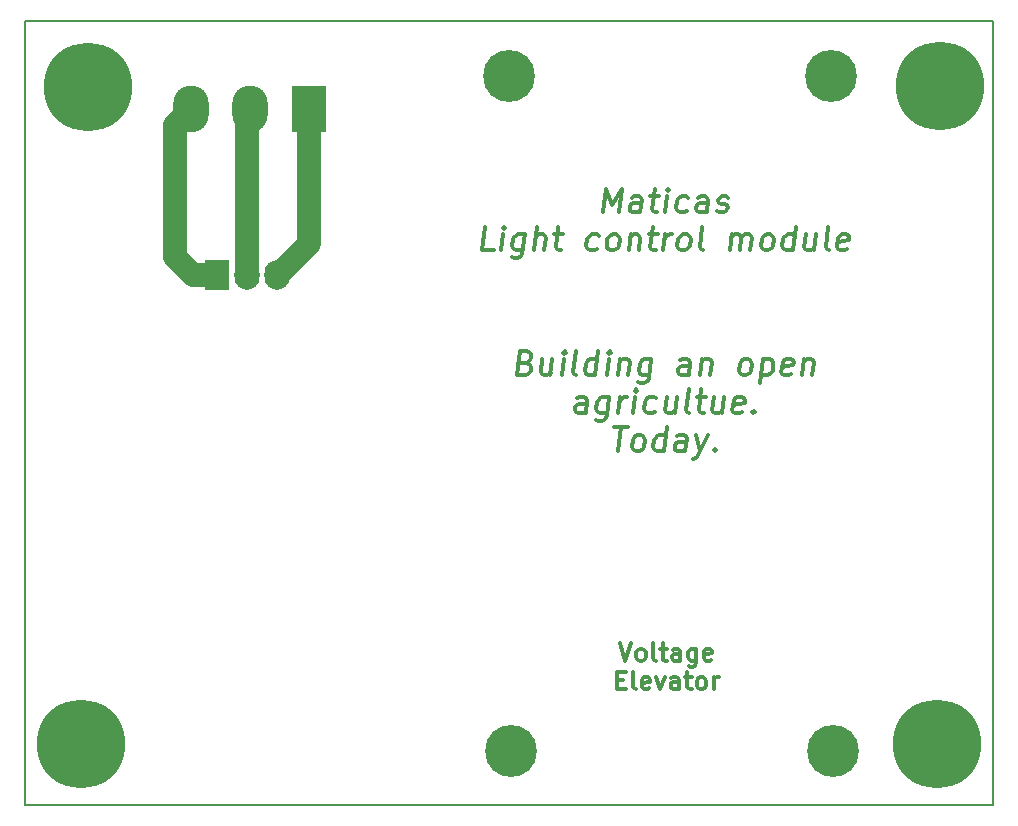
<source format=gbr>
%TF.GenerationSoftware,KiCad,Pcbnew,6.0.11+dfsg-1*%
%TF.CreationDate,2023-05-11T08:25:38-05:00*%
%TF.ProjectId,lights_control_v3,6c696768-7473-45f6-936f-6e74726f6c5f,rev?*%
%TF.SameCoordinates,Original*%
%TF.FileFunction,Copper,L1,Top*%
%TF.FilePolarity,Positive*%
%FSLAX46Y46*%
G04 Gerber Fmt 4.6, Leading zero omitted, Abs format (unit mm)*
G04 Created by KiCad (PCBNEW 6.0.11+dfsg-1) date 2023-05-11 08:25:38*
%MOMM*%
%LPD*%
G01*
G04 APERTURE LIST*
%ADD10C,0.300000*%
%TA.AperFunction,NonConductor*%
%ADD11C,0.300000*%
%TD*%
%TA.AperFunction,NonConductor*%
%ADD12C,0.200000*%
%TD*%
%TA.AperFunction,ComponentPad*%
%ADD13C,4.400000*%
%TD*%
%TA.AperFunction,ComponentPad*%
%ADD14O,2.125000X2.500000*%
%TD*%
%TA.AperFunction,ComponentPad*%
%ADD15R,2.125000X2.500000*%
%TD*%
%TA.AperFunction,ComponentPad*%
%ADD16R,3.000000X3.960000*%
%TD*%
%TA.AperFunction,ComponentPad*%
%ADD17O,3.000000X3.960000*%
%TD*%
%TA.AperFunction,ComponentPad*%
%ADD18C,7.500000*%
%TD*%
%TA.AperFunction,Conductor*%
%ADD19C,2.000000*%
%TD*%
G04 APERTURE END LIST*
D10*
D11*
X142500000Y-97571071D02*
X143000000Y-99071071D01*
X143500000Y-97571071D01*
X144214285Y-99071071D02*
X144071428Y-98999642D01*
X144000000Y-98928214D01*
X143928571Y-98785357D01*
X143928571Y-98356785D01*
X144000000Y-98213928D01*
X144071428Y-98142500D01*
X144214285Y-98071071D01*
X144428571Y-98071071D01*
X144571428Y-98142500D01*
X144642857Y-98213928D01*
X144714285Y-98356785D01*
X144714285Y-98785357D01*
X144642857Y-98928214D01*
X144571428Y-98999642D01*
X144428571Y-99071071D01*
X144214285Y-99071071D01*
X145571428Y-99071071D02*
X145428571Y-98999642D01*
X145357142Y-98856785D01*
X145357142Y-97571071D01*
X145928571Y-98071071D02*
X146500000Y-98071071D01*
X146142857Y-97571071D02*
X146142857Y-98856785D01*
X146214285Y-98999642D01*
X146357142Y-99071071D01*
X146500000Y-99071071D01*
X147642857Y-99071071D02*
X147642857Y-98285357D01*
X147571428Y-98142500D01*
X147428571Y-98071071D01*
X147142857Y-98071071D01*
X147000000Y-98142500D01*
X147642857Y-98999642D02*
X147500000Y-99071071D01*
X147142857Y-99071071D01*
X147000000Y-98999642D01*
X146928571Y-98856785D01*
X146928571Y-98713928D01*
X147000000Y-98571071D01*
X147142857Y-98499642D01*
X147500000Y-98499642D01*
X147642857Y-98428214D01*
X149000000Y-98071071D02*
X149000000Y-99285357D01*
X148928571Y-99428214D01*
X148857142Y-99499642D01*
X148714285Y-99571071D01*
X148500000Y-99571071D01*
X148357142Y-99499642D01*
X149000000Y-98999642D02*
X148857142Y-99071071D01*
X148571428Y-99071071D01*
X148428571Y-98999642D01*
X148357142Y-98928214D01*
X148285714Y-98785357D01*
X148285714Y-98356785D01*
X148357142Y-98213928D01*
X148428571Y-98142500D01*
X148571428Y-98071071D01*
X148857142Y-98071071D01*
X149000000Y-98142500D01*
X150285714Y-98999642D02*
X150142857Y-99071071D01*
X149857142Y-99071071D01*
X149714285Y-98999642D01*
X149642857Y-98856785D01*
X149642857Y-98285357D01*
X149714285Y-98142500D01*
X149857142Y-98071071D01*
X150142857Y-98071071D01*
X150285714Y-98142500D01*
X150357142Y-98285357D01*
X150357142Y-98428214D01*
X149642857Y-98571071D01*
X142321428Y-100700357D02*
X142821428Y-100700357D01*
X143035714Y-101486071D02*
X142321428Y-101486071D01*
X142321428Y-99986071D01*
X143035714Y-99986071D01*
X143892857Y-101486071D02*
X143750000Y-101414642D01*
X143678571Y-101271785D01*
X143678571Y-99986071D01*
X145035714Y-101414642D02*
X144892857Y-101486071D01*
X144607142Y-101486071D01*
X144464285Y-101414642D01*
X144392857Y-101271785D01*
X144392857Y-100700357D01*
X144464285Y-100557500D01*
X144607142Y-100486071D01*
X144892857Y-100486071D01*
X145035714Y-100557500D01*
X145107142Y-100700357D01*
X145107142Y-100843214D01*
X144392857Y-100986071D01*
X145607142Y-100486071D02*
X145964285Y-101486071D01*
X146321428Y-100486071D01*
X147535714Y-101486071D02*
X147535714Y-100700357D01*
X147464285Y-100557500D01*
X147321428Y-100486071D01*
X147035714Y-100486071D01*
X146892857Y-100557500D01*
X147535714Y-101414642D02*
X147392857Y-101486071D01*
X147035714Y-101486071D01*
X146892857Y-101414642D01*
X146821428Y-101271785D01*
X146821428Y-101128928D01*
X146892857Y-100986071D01*
X147035714Y-100914642D01*
X147392857Y-100914642D01*
X147535714Y-100843214D01*
X148035714Y-100486071D02*
X148607142Y-100486071D01*
X148250000Y-99986071D02*
X148250000Y-101271785D01*
X148321428Y-101414642D01*
X148464285Y-101486071D01*
X148607142Y-101486071D01*
X149321428Y-101486071D02*
X149178571Y-101414642D01*
X149107142Y-101343214D01*
X149035714Y-101200357D01*
X149035714Y-100771785D01*
X149107142Y-100628928D01*
X149178571Y-100557500D01*
X149321428Y-100486071D01*
X149535714Y-100486071D01*
X149678571Y-100557500D01*
X149750000Y-100628928D01*
X149821428Y-100771785D01*
X149821428Y-101200357D01*
X149750000Y-101343214D01*
X149678571Y-101414642D01*
X149535714Y-101486071D01*
X149321428Y-101486071D01*
X150464285Y-101486071D02*
X150464285Y-100486071D01*
X150464285Y-100771785D02*
X150535714Y-100628928D01*
X150607142Y-100557500D01*
X150750000Y-100486071D01*
X150892857Y-100486071D01*
D10*
D11*
X141120178Y-61094761D02*
X141370178Y-59094761D01*
X141858273Y-60523333D01*
X142703511Y-59094761D01*
X142453511Y-61094761D01*
X144263035Y-61094761D02*
X144393988Y-60047142D01*
X144322559Y-59856666D01*
X144143988Y-59761428D01*
X143763035Y-59761428D01*
X143560654Y-59856666D01*
X144274940Y-60999523D02*
X144072559Y-61094761D01*
X143596369Y-61094761D01*
X143417797Y-60999523D01*
X143346369Y-60809047D01*
X143370178Y-60618571D01*
X143489226Y-60428095D01*
X143691607Y-60332857D01*
X144167797Y-60332857D01*
X144370178Y-60237619D01*
X145096369Y-59761428D02*
X145858273Y-59761428D01*
X145465416Y-59094761D02*
X145251130Y-60809047D01*
X145322559Y-60999523D01*
X145501130Y-61094761D01*
X145691607Y-61094761D01*
X146358273Y-61094761D02*
X146524940Y-59761428D01*
X146608273Y-59094761D02*
X146501130Y-59190000D01*
X146584464Y-59285238D01*
X146691607Y-59190000D01*
X146608273Y-59094761D01*
X146584464Y-59285238D01*
X148179702Y-60999523D02*
X147977321Y-61094761D01*
X147596369Y-61094761D01*
X147417797Y-60999523D01*
X147334464Y-60904285D01*
X147263035Y-60713809D01*
X147334464Y-60142380D01*
X147453511Y-59951904D01*
X147560654Y-59856666D01*
X147763035Y-59761428D01*
X148143988Y-59761428D01*
X148322559Y-59856666D01*
X149882083Y-61094761D02*
X150013035Y-60047142D01*
X149941607Y-59856666D01*
X149763035Y-59761428D01*
X149382083Y-59761428D01*
X149179702Y-59856666D01*
X149893988Y-60999523D02*
X149691607Y-61094761D01*
X149215416Y-61094761D01*
X149036845Y-60999523D01*
X148965416Y-60809047D01*
X148989226Y-60618571D01*
X149108273Y-60428095D01*
X149310654Y-60332857D01*
X149786845Y-60332857D01*
X149989226Y-60237619D01*
X150751130Y-60999523D02*
X150929702Y-61094761D01*
X151310654Y-61094761D01*
X151513035Y-60999523D01*
X151632083Y-60809047D01*
X151643988Y-60713809D01*
X151572559Y-60523333D01*
X151393988Y-60428095D01*
X151108273Y-60428095D01*
X150929702Y-60332857D01*
X150858273Y-60142380D01*
X150870178Y-60047142D01*
X150989226Y-59856666D01*
X151191607Y-59761428D01*
X151477321Y-59761428D01*
X151655892Y-59856666D01*
X131834464Y-64314761D02*
X130882083Y-64314761D01*
X131132083Y-62314761D01*
X132501130Y-64314761D02*
X132667797Y-62981428D01*
X132751130Y-62314761D02*
X132643988Y-62410000D01*
X132727321Y-62505238D01*
X132834464Y-62410000D01*
X132751130Y-62314761D01*
X132727321Y-62505238D01*
X134477321Y-62981428D02*
X134274940Y-64600476D01*
X134155892Y-64790952D01*
X134048750Y-64886190D01*
X133846369Y-64981428D01*
X133560654Y-64981428D01*
X133382083Y-64886190D01*
X134322559Y-64219523D02*
X134120178Y-64314761D01*
X133739226Y-64314761D01*
X133560654Y-64219523D01*
X133477321Y-64124285D01*
X133405892Y-63933809D01*
X133477321Y-63362380D01*
X133596369Y-63171904D01*
X133703511Y-63076666D01*
X133905892Y-62981428D01*
X134286845Y-62981428D01*
X134465416Y-63076666D01*
X135263035Y-64314761D02*
X135513035Y-62314761D01*
X136120178Y-64314761D02*
X136251130Y-63267142D01*
X136179702Y-63076666D01*
X136001130Y-62981428D01*
X135715416Y-62981428D01*
X135513035Y-63076666D01*
X135405892Y-63171904D01*
X136953511Y-62981428D02*
X137715416Y-62981428D01*
X137322559Y-62314761D02*
X137108273Y-64029047D01*
X137179702Y-64219523D01*
X137358273Y-64314761D01*
X137548750Y-64314761D01*
X140608273Y-64219523D02*
X140405892Y-64314761D01*
X140024940Y-64314761D01*
X139846369Y-64219523D01*
X139763035Y-64124285D01*
X139691607Y-63933809D01*
X139763035Y-63362380D01*
X139882083Y-63171904D01*
X139989226Y-63076666D01*
X140191607Y-62981428D01*
X140572559Y-62981428D01*
X140751130Y-63076666D01*
X141739226Y-64314761D02*
X141560654Y-64219523D01*
X141477321Y-64124285D01*
X141405892Y-63933809D01*
X141477321Y-63362380D01*
X141596369Y-63171904D01*
X141703511Y-63076666D01*
X141905892Y-62981428D01*
X142191607Y-62981428D01*
X142370178Y-63076666D01*
X142453511Y-63171904D01*
X142524940Y-63362380D01*
X142453511Y-63933809D01*
X142334464Y-64124285D01*
X142227321Y-64219523D01*
X142024940Y-64314761D01*
X141739226Y-64314761D01*
X143429702Y-62981428D02*
X143263035Y-64314761D01*
X143405892Y-63171904D02*
X143513035Y-63076666D01*
X143715416Y-62981428D01*
X144001130Y-62981428D01*
X144179702Y-63076666D01*
X144251130Y-63267142D01*
X144120178Y-64314761D01*
X144953511Y-62981428D02*
X145715416Y-62981428D01*
X145322559Y-62314761D02*
X145108273Y-64029047D01*
X145179702Y-64219523D01*
X145358273Y-64314761D01*
X145548750Y-64314761D01*
X146215416Y-64314761D02*
X146382083Y-62981428D01*
X146334464Y-63362380D02*
X146453511Y-63171904D01*
X146560654Y-63076666D01*
X146763035Y-62981428D01*
X146953511Y-62981428D01*
X147739226Y-64314761D02*
X147560654Y-64219523D01*
X147477321Y-64124285D01*
X147405892Y-63933809D01*
X147477321Y-63362380D01*
X147596369Y-63171904D01*
X147703511Y-63076666D01*
X147905892Y-62981428D01*
X148191607Y-62981428D01*
X148370178Y-63076666D01*
X148453511Y-63171904D01*
X148524940Y-63362380D01*
X148453511Y-63933809D01*
X148334464Y-64124285D01*
X148227321Y-64219523D01*
X148024940Y-64314761D01*
X147739226Y-64314761D01*
X149548750Y-64314761D02*
X149370178Y-64219523D01*
X149298750Y-64029047D01*
X149513035Y-62314761D01*
X151834464Y-64314761D02*
X152001130Y-62981428D01*
X151977321Y-63171904D02*
X152084464Y-63076666D01*
X152286845Y-62981428D01*
X152572559Y-62981428D01*
X152751130Y-63076666D01*
X152822559Y-63267142D01*
X152691607Y-64314761D01*
X152822559Y-63267142D02*
X152941607Y-63076666D01*
X153143988Y-62981428D01*
X153429702Y-62981428D01*
X153608273Y-63076666D01*
X153679702Y-63267142D01*
X153548750Y-64314761D01*
X154786845Y-64314761D02*
X154608273Y-64219523D01*
X154524940Y-64124285D01*
X154453511Y-63933809D01*
X154524940Y-63362380D01*
X154643988Y-63171904D01*
X154751130Y-63076666D01*
X154953511Y-62981428D01*
X155239226Y-62981428D01*
X155417797Y-63076666D01*
X155501130Y-63171904D01*
X155572559Y-63362380D01*
X155501130Y-63933809D01*
X155382083Y-64124285D01*
X155274940Y-64219523D01*
X155072559Y-64314761D01*
X154786845Y-64314761D01*
X157167797Y-64314761D02*
X157417797Y-62314761D01*
X157179702Y-64219523D02*
X156977321Y-64314761D01*
X156596369Y-64314761D01*
X156417797Y-64219523D01*
X156334464Y-64124285D01*
X156263035Y-63933809D01*
X156334464Y-63362380D01*
X156453511Y-63171904D01*
X156560654Y-63076666D01*
X156763035Y-62981428D01*
X157143988Y-62981428D01*
X157322559Y-63076666D01*
X159143988Y-62981428D02*
X158977321Y-64314761D01*
X158286845Y-62981428D02*
X158155892Y-64029047D01*
X158227321Y-64219523D01*
X158405892Y-64314761D01*
X158691607Y-64314761D01*
X158893988Y-64219523D01*
X159001130Y-64124285D01*
X160215416Y-64314761D02*
X160036845Y-64219523D01*
X159965416Y-64029047D01*
X160179702Y-62314761D01*
X161751130Y-64219523D02*
X161548750Y-64314761D01*
X161167797Y-64314761D01*
X160989226Y-64219523D01*
X160917797Y-64029047D01*
X161013035Y-63267142D01*
X161132083Y-63076666D01*
X161334464Y-62981428D01*
X161715416Y-62981428D01*
X161893988Y-63076666D01*
X161965416Y-63267142D01*
X161941607Y-63457619D01*
X160965416Y-63648095D01*
D10*
D11*
X134584464Y-73837142D02*
X134858273Y-73932380D01*
X134941607Y-74027619D01*
X135013035Y-74218095D01*
X134977321Y-74503809D01*
X134858273Y-74694285D01*
X134751130Y-74789523D01*
X134548750Y-74884761D01*
X133786845Y-74884761D01*
X134036845Y-72884761D01*
X134703511Y-72884761D01*
X134882083Y-72980000D01*
X134965416Y-73075238D01*
X135036845Y-73265714D01*
X135013035Y-73456190D01*
X134893988Y-73646666D01*
X134786845Y-73741904D01*
X134584464Y-73837142D01*
X133917797Y-73837142D01*
X136810654Y-73551428D02*
X136643988Y-74884761D01*
X135953511Y-73551428D02*
X135822559Y-74599047D01*
X135893988Y-74789523D01*
X136072559Y-74884761D01*
X136358273Y-74884761D01*
X136560654Y-74789523D01*
X136667797Y-74694285D01*
X137596369Y-74884761D02*
X137763035Y-73551428D01*
X137846369Y-72884761D02*
X137739226Y-72980000D01*
X137822559Y-73075238D01*
X137929702Y-72980000D01*
X137846369Y-72884761D01*
X137822559Y-73075238D01*
X138834464Y-74884761D02*
X138655892Y-74789523D01*
X138584464Y-74599047D01*
X138798750Y-72884761D01*
X140453511Y-74884761D02*
X140703511Y-72884761D01*
X140465416Y-74789523D02*
X140263035Y-74884761D01*
X139882083Y-74884761D01*
X139703511Y-74789523D01*
X139620178Y-74694285D01*
X139548750Y-74503809D01*
X139620178Y-73932380D01*
X139739226Y-73741904D01*
X139846369Y-73646666D01*
X140048750Y-73551428D01*
X140429702Y-73551428D01*
X140608273Y-73646666D01*
X141405892Y-74884761D02*
X141572559Y-73551428D01*
X141655892Y-72884761D02*
X141548750Y-72980000D01*
X141632083Y-73075238D01*
X141739226Y-72980000D01*
X141655892Y-72884761D01*
X141632083Y-73075238D01*
X142524940Y-73551428D02*
X142358273Y-74884761D01*
X142501130Y-73741904D02*
X142608273Y-73646666D01*
X142810654Y-73551428D01*
X143096369Y-73551428D01*
X143274940Y-73646666D01*
X143346369Y-73837142D01*
X143215416Y-74884761D01*
X145191607Y-73551428D02*
X144989226Y-75170476D01*
X144870178Y-75360952D01*
X144763035Y-75456190D01*
X144560654Y-75551428D01*
X144274940Y-75551428D01*
X144096369Y-75456190D01*
X145036845Y-74789523D02*
X144834464Y-74884761D01*
X144453511Y-74884761D01*
X144274940Y-74789523D01*
X144191607Y-74694285D01*
X144120178Y-74503809D01*
X144191607Y-73932380D01*
X144310654Y-73741904D01*
X144417797Y-73646666D01*
X144620178Y-73551428D01*
X145001130Y-73551428D01*
X145179702Y-73646666D01*
X148358273Y-74884761D02*
X148489226Y-73837142D01*
X148417797Y-73646666D01*
X148239226Y-73551428D01*
X147858273Y-73551428D01*
X147655892Y-73646666D01*
X148370178Y-74789523D02*
X148167797Y-74884761D01*
X147691607Y-74884761D01*
X147513035Y-74789523D01*
X147441607Y-74599047D01*
X147465416Y-74408571D01*
X147584464Y-74218095D01*
X147786845Y-74122857D01*
X148263035Y-74122857D01*
X148465416Y-74027619D01*
X149477321Y-73551428D02*
X149310654Y-74884761D01*
X149453511Y-73741904D02*
X149560654Y-73646666D01*
X149763035Y-73551428D01*
X150048750Y-73551428D01*
X150227321Y-73646666D01*
X150298750Y-73837142D01*
X150167797Y-74884761D01*
X152929702Y-74884761D02*
X152751130Y-74789523D01*
X152667797Y-74694285D01*
X152596369Y-74503809D01*
X152667797Y-73932380D01*
X152786845Y-73741904D01*
X152893988Y-73646666D01*
X153096369Y-73551428D01*
X153382083Y-73551428D01*
X153560654Y-73646666D01*
X153643988Y-73741904D01*
X153715416Y-73932380D01*
X153643988Y-74503809D01*
X153524940Y-74694285D01*
X153417797Y-74789523D01*
X153215416Y-74884761D01*
X152929702Y-74884761D01*
X154620178Y-73551428D02*
X154370178Y-75551428D01*
X154608273Y-73646666D02*
X154810654Y-73551428D01*
X155191607Y-73551428D01*
X155370178Y-73646666D01*
X155453511Y-73741904D01*
X155524940Y-73932380D01*
X155453511Y-74503809D01*
X155334464Y-74694285D01*
X155227321Y-74789523D01*
X155024940Y-74884761D01*
X154643988Y-74884761D01*
X154465416Y-74789523D01*
X157036845Y-74789523D02*
X156834464Y-74884761D01*
X156453511Y-74884761D01*
X156274940Y-74789523D01*
X156203511Y-74599047D01*
X156298750Y-73837142D01*
X156417797Y-73646666D01*
X156620178Y-73551428D01*
X157001130Y-73551428D01*
X157179702Y-73646666D01*
X157251130Y-73837142D01*
X157227321Y-74027619D01*
X156251130Y-74218095D01*
X158143988Y-73551428D02*
X157977321Y-74884761D01*
X158120178Y-73741904D02*
X158227321Y-73646666D01*
X158429702Y-73551428D01*
X158715416Y-73551428D01*
X158893988Y-73646666D01*
X158965416Y-73837142D01*
X158834464Y-74884761D01*
X139643988Y-78104761D02*
X139774940Y-77057142D01*
X139703511Y-76866666D01*
X139524940Y-76771428D01*
X139143988Y-76771428D01*
X138941607Y-76866666D01*
X139655892Y-78009523D02*
X139453511Y-78104761D01*
X138977321Y-78104761D01*
X138798750Y-78009523D01*
X138727321Y-77819047D01*
X138751130Y-77628571D01*
X138870178Y-77438095D01*
X139072559Y-77342857D01*
X139548750Y-77342857D01*
X139751130Y-77247619D01*
X141620178Y-76771428D02*
X141417797Y-78390476D01*
X141298750Y-78580952D01*
X141191607Y-78676190D01*
X140989226Y-78771428D01*
X140703511Y-78771428D01*
X140524940Y-78676190D01*
X141465416Y-78009523D02*
X141263035Y-78104761D01*
X140882083Y-78104761D01*
X140703511Y-78009523D01*
X140620178Y-77914285D01*
X140548750Y-77723809D01*
X140620178Y-77152380D01*
X140739226Y-76961904D01*
X140846369Y-76866666D01*
X141048750Y-76771428D01*
X141429702Y-76771428D01*
X141608273Y-76866666D01*
X142405892Y-78104761D02*
X142572559Y-76771428D01*
X142524940Y-77152380D02*
X142643988Y-76961904D01*
X142751130Y-76866666D01*
X142953511Y-76771428D01*
X143143988Y-76771428D01*
X143643988Y-78104761D02*
X143810654Y-76771428D01*
X143893988Y-76104761D02*
X143786845Y-76200000D01*
X143870178Y-76295238D01*
X143977321Y-76200000D01*
X143893988Y-76104761D01*
X143870178Y-76295238D01*
X145465416Y-78009523D02*
X145263035Y-78104761D01*
X144882083Y-78104761D01*
X144703511Y-78009523D01*
X144620178Y-77914285D01*
X144548750Y-77723809D01*
X144620178Y-77152380D01*
X144739226Y-76961904D01*
X144846369Y-76866666D01*
X145048750Y-76771428D01*
X145429702Y-76771428D01*
X145608273Y-76866666D01*
X147334464Y-76771428D02*
X147167797Y-78104761D01*
X146477321Y-76771428D02*
X146346369Y-77819047D01*
X146417797Y-78009523D01*
X146596369Y-78104761D01*
X146882083Y-78104761D01*
X147084464Y-78009523D01*
X147191607Y-77914285D01*
X148405892Y-78104761D02*
X148227321Y-78009523D01*
X148155892Y-77819047D01*
X148370178Y-76104761D01*
X149048750Y-76771428D02*
X149810654Y-76771428D01*
X149417797Y-76104761D02*
X149203511Y-77819047D01*
X149274940Y-78009523D01*
X149453511Y-78104761D01*
X149643988Y-78104761D01*
X151334464Y-76771428D02*
X151167797Y-78104761D01*
X150477321Y-76771428D02*
X150346369Y-77819047D01*
X150417797Y-78009523D01*
X150596369Y-78104761D01*
X150882083Y-78104761D01*
X151084464Y-78009523D01*
X151191607Y-77914285D01*
X152893988Y-78009523D02*
X152691607Y-78104761D01*
X152310654Y-78104761D01*
X152132083Y-78009523D01*
X152060654Y-77819047D01*
X152155892Y-77057142D01*
X152274940Y-76866666D01*
X152477321Y-76771428D01*
X152858273Y-76771428D01*
X153036845Y-76866666D01*
X153108273Y-77057142D01*
X153084464Y-77247619D01*
X152108273Y-77438095D01*
X153858273Y-77914285D02*
X153941607Y-78009523D01*
X153834464Y-78104761D01*
X153751130Y-78009523D01*
X153858273Y-77914285D01*
X153834464Y-78104761D01*
X142036845Y-79324761D02*
X143179702Y-79324761D01*
X142358273Y-81324761D02*
X142608273Y-79324761D01*
X143882083Y-81324761D02*
X143703511Y-81229523D01*
X143620178Y-81134285D01*
X143548750Y-80943809D01*
X143620178Y-80372380D01*
X143739226Y-80181904D01*
X143846369Y-80086666D01*
X144048750Y-79991428D01*
X144334464Y-79991428D01*
X144513035Y-80086666D01*
X144596369Y-80181904D01*
X144667797Y-80372380D01*
X144596369Y-80943809D01*
X144477321Y-81134285D01*
X144370178Y-81229523D01*
X144167797Y-81324761D01*
X143882083Y-81324761D01*
X146263035Y-81324761D02*
X146513035Y-79324761D01*
X146274940Y-81229523D02*
X146072559Y-81324761D01*
X145691607Y-81324761D01*
X145513035Y-81229523D01*
X145429702Y-81134285D01*
X145358273Y-80943809D01*
X145429702Y-80372380D01*
X145548750Y-80181904D01*
X145655892Y-80086666D01*
X145858273Y-79991428D01*
X146239226Y-79991428D01*
X146417797Y-80086666D01*
X148072559Y-81324761D02*
X148203511Y-80277142D01*
X148132083Y-80086666D01*
X147953511Y-79991428D01*
X147572559Y-79991428D01*
X147370178Y-80086666D01*
X148084464Y-81229523D02*
X147882083Y-81324761D01*
X147405892Y-81324761D01*
X147227321Y-81229523D01*
X147155892Y-81039047D01*
X147179702Y-80848571D01*
X147298750Y-80658095D01*
X147501130Y-80562857D01*
X147977321Y-80562857D01*
X148179702Y-80467619D01*
X149001130Y-79991428D02*
X149310654Y-81324761D01*
X149953511Y-79991428D02*
X149310654Y-81324761D01*
X149060654Y-81800952D01*
X148953511Y-81896190D01*
X148751130Y-81991428D01*
X150572559Y-81134285D02*
X150655892Y-81229523D01*
X150548750Y-81324761D01*
X150465416Y-81229523D01*
X150572559Y-81134285D01*
X150548750Y-81324761D01*
D12*
X92200000Y-111300000D02*
X174100000Y-111300000D01*
X174100000Y-111300000D02*
X174100000Y-44900000D01*
X174100000Y-44900000D02*
X92200000Y-44900000D01*
X92200000Y-44900000D02*
X92200000Y-111300000D01*
D13*
%TO.P,H4,1*%
%TO.N,N/C*%
X133300000Y-106700000D03*
%TD*%
%TO.P,H5,1*%
%TO.N,N/C*%
X160580000Y-106700000D03*
%TD*%
%TO.P,H7,1*%
%TO.N,N/C*%
X160380000Y-49600000D03*
%TD*%
%TO.P,H6,1*%
%TO.N,N/C*%
X133100000Y-49600000D03*
%TD*%
D14*
%TO.P,J2,3,Pin_3*%
%TO.N,GND5V*%
X113460000Y-66390000D03*
%TO.P,J2,2,Pin_2*%
%TO.N,5V+*%
X110920000Y-66390000D03*
D15*
%TO.P,J2,1,Pin_1*%
%TO.N,3.3V SIG*%
X108380000Y-66390000D03*
%TD*%
D16*
%TO.P,J1,1,Pin_1*%
%TO.N,GND5V*%
X116200000Y-52400000D03*
D17*
%TO.P,J1,2,Pin_2*%
%TO.N,5V+*%
X111200000Y-52400000D03*
%TO.P,J1,3,Pin_3*%
%TO.N,3.3V SIG*%
X106200000Y-52400000D03*
%TD*%
D18*
%TO.P,H4,1*%
%TO.N,N/C*%
X96900000Y-106100000D03*
%TD*%
%TO.P,H3,1*%
%TO.N,N/C*%
X97500000Y-50500000D03*
%TD*%
%TO.P,H2,1*%
%TO.N,N/C*%
X169600000Y-50400000D03*
%TD*%
%TO.P,H1,1*%
%TO.N,N/C*%
X169400000Y-106100000D03*
%TD*%
D19*
%TO.N,5V+*%
X110920000Y-66390000D02*
X110920000Y-52680000D01*
X110920000Y-52680000D02*
X111200000Y-52400000D01*
%TO.N,GND5V*%
X113460000Y-66390000D02*
X113580000Y-66390000D01*
X113580000Y-66390000D02*
X116200000Y-63770000D01*
X116200000Y-63770000D02*
X116200000Y-52400000D01*
%TO.N,3.3V SIG*%
X108380000Y-66390000D02*
X106380000Y-66390000D01*
X106380000Y-66390000D02*
X104880000Y-64890000D01*
X104880000Y-64890000D02*
X104880000Y-53720000D01*
X104880000Y-53720000D02*
X106200000Y-52400000D01*
%TD*%
M02*

</source>
